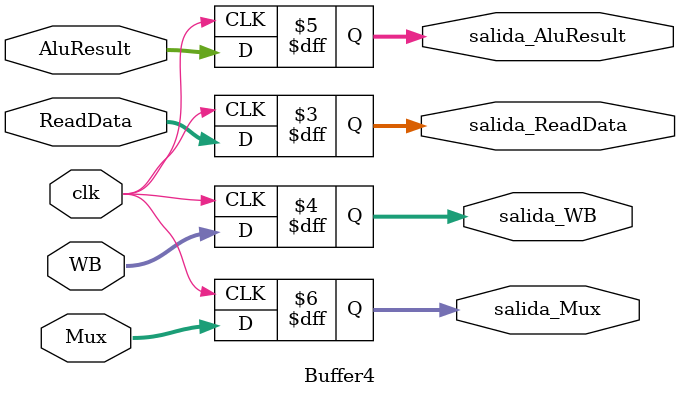
<source format=v>
`timescale 1ns/1ns

module Buffer4(
	input clk,
	input[31:0]ReadData,
	input[1:0]WB,
	input[31:0]AluResult,
	input[4:0] Mux,
	output reg[31:0]salida_ReadData,
	output reg[1:0]salida_WB,
	output reg[31:0]salida_AluResult,
	output reg[4:0]salida_Mux 
);

initial
begin
	salida_ReadData = 0;
	salida_WB = 0;
	salida_AluResult = 0;
	salida_Mux = 0;
end


always@(posedge clk)
begin
	salida_ReadData = ReadData;
	salida_WB = WB;
	salida_AluResult = AluResult;
	salida_Mux = Mux;
end
endmodule
</source>
